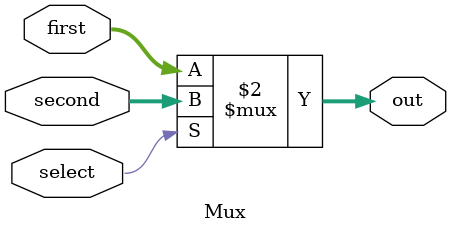
<source format=v>
module Mux(first, second, select, out);

	parameter n=64;
	input [n-1:0] first, second;
	input select;
	output [n-1:0] out;
	assign out = (select == 0) ? first : second;

endmodule
</source>
